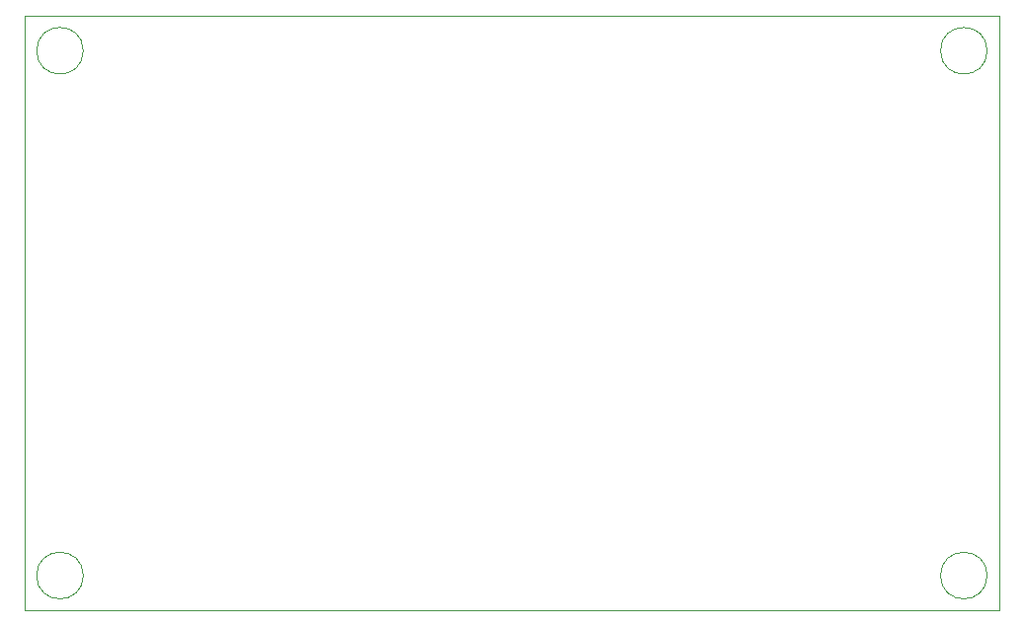
<source format=gbr>
%TF.GenerationSoftware,KiCad,Pcbnew,(7.0.0-0)*%
%TF.CreationDate,2024-02-07T12:32:52+03:00*%
%TF.ProjectId,germanium-amp,6765726d-616e-4697-956d-2d616d702e6b,rev?*%
%TF.SameCoordinates,Original*%
%TF.FileFunction,Profile,NP*%
%FSLAX46Y46*%
G04 Gerber Fmt 4.6, Leading zero omitted, Abs format (unit mm)*
G04 Created by KiCad (PCBNEW (7.0.0-0)) date 2024-02-07 12:32:52*
%MOMM*%
%LPD*%
G01*
G04 APERTURE LIST*
%TA.AperFunction,Profile*%
%ADD10C,0.100000*%
%TD*%
G04 APERTURE END LIST*
D10*
X120500000Y-33000000D02*
X37000000Y-33000000D01*
X42000000Y-36000000D02*
G75*
G03*
X42000000Y-36000000I-2000000J0D01*
G01*
X120500000Y-84000000D02*
X120500000Y-33000000D01*
X119500000Y-81000000D02*
G75*
G03*
X119500000Y-81000000I-2000000J0D01*
G01*
X37000000Y-84000000D02*
X120500000Y-84000000D01*
X119500000Y-36000000D02*
G75*
G03*
X119500000Y-36000000I-2000000J0D01*
G01*
X42000000Y-81000000D02*
G75*
G03*
X42000000Y-81000000I-2000000J0D01*
G01*
X37000000Y-33000000D02*
X37000000Y-84000000D01*
M02*

</source>
